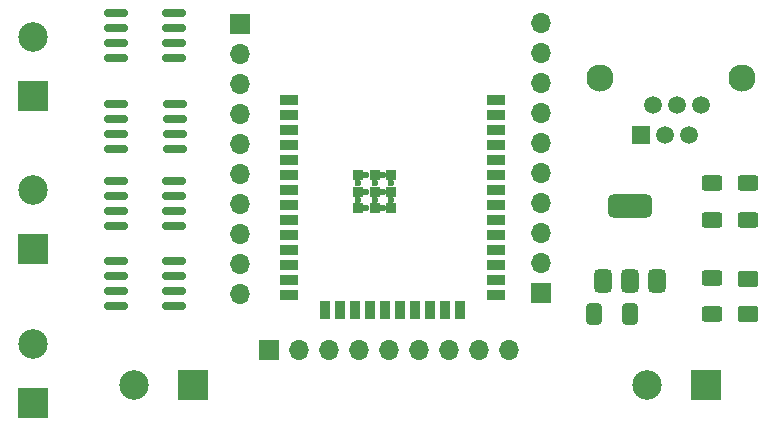
<source format=gbr>
%TF.GenerationSoftware,KiCad,Pcbnew,8.0.1*%
%TF.CreationDate,2024-04-27T05:15:47+02:00*%
%TF.ProjectId,driver_v2,64726976-6572-45f7-9632-2e6b69636164,rev?*%
%TF.SameCoordinates,Original*%
%TF.FileFunction,Soldermask,Top*%
%TF.FilePolarity,Negative*%
%FSLAX46Y46*%
G04 Gerber Fmt 4.6, Leading zero omitted, Abs format (unit mm)*
G04 Created by KiCad (PCBNEW 8.0.1) date 2024-04-27 05:15:47*
%MOMM*%
%LPD*%
G01*
G04 APERTURE LIST*
G04 Aperture macros list*
%AMRoundRect*
0 Rectangle with rounded corners*
0 $1 Rounding radius*
0 $2 $3 $4 $5 $6 $7 $8 $9 X,Y pos of 4 corners*
0 Add a 4 corners polygon primitive as box body*
4,1,4,$2,$3,$4,$5,$6,$7,$8,$9,$2,$3,0*
0 Add four circle primitives for the rounded corners*
1,1,$1+$1,$2,$3*
1,1,$1+$1,$4,$5*
1,1,$1+$1,$6,$7*
1,1,$1+$1,$8,$9*
0 Add four rect primitives between the rounded corners*
20,1,$1+$1,$2,$3,$4,$5,0*
20,1,$1+$1,$4,$5,$6,$7,0*
20,1,$1+$1,$6,$7,$8,$9,0*
20,1,$1+$1,$8,$9,$2,$3,0*%
G04 Aperture macros list end*
%ADD10C,2.500000*%
%ADD11R,2.500000X2.500000*%
%ADD12C,1.520000*%
%ADD13R,1.520000X1.520000*%
%ADD14C,2.300000*%
%ADD15R,1.500000X0.900000*%
%ADD16R,0.900000X1.500000*%
%ADD17R,0.900000X0.900000*%
%ADD18C,0.600000*%
%ADD19R,1.700000X1.700000*%
%ADD20O,1.700000X1.700000*%
%ADD21RoundRect,0.250000X-0.625000X0.400000X-0.625000X-0.400000X0.625000X-0.400000X0.625000X0.400000X0*%
%ADD22RoundRect,0.250001X-0.624999X0.462499X-0.624999X-0.462499X0.624999X-0.462499X0.624999X0.462499X0*%
%ADD23RoundRect,0.375000X0.375000X-0.625000X0.375000X0.625000X-0.375000X0.625000X-0.375000X-0.625000X0*%
%ADD24RoundRect,0.500000X1.400000X-0.500000X1.400000X0.500000X-1.400000X0.500000X-1.400000X-0.500000X0*%
%ADD25RoundRect,0.150000X0.825000X0.150000X-0.825000X0.150000X-0.825000X-0.150000X0.825000X-0.150000X0*%
%ADD26RoundRect,0.250000X0.412500X0.650000X-0.412500X0.650000X-0.412500X-0.650000X0.412500X-0.650000X0*%
G04 APERTURE END LIST*
D10*
%TO.C,BAT*%
X162500000Y-91500000D03*
D11*
X167500000Y-91500000D03*
%TD*%
%TO.C,M2*%
X110500000Y-80000000D03*
D10*
X110500000Y-75000000D03*
%TD*%
D11*
%TO.C,M1*%
X110500000Y-67000000D03*
D10*
X110500000Y-62000000D03*
%TD*%
D12*
%TO.C,RJ12*%
X167050000Y-67800000D03*
X166030000Y-70340000D03*
X165010000Y-67800000D03*
X163990000Y-70340000D03*
X162970000Y-67800000D03*
D13*
X161950000Y-70340000D03*
D14*
X158500000Y-65500000D03*
X170500000Y-65500000D03*
%TD*%
D15*
%TO.C,IC1*%
X132150000Y-67380000D03*
X132150000Y-68650000D03*
X132150000Y-69920000D03*
X132150000Y-71190000D03*
X132150000Y-72460000D03*
X132150000Y-73730000D03*
X132150000Y-75000000D03*
X132150000Y-76270000D03*
X132150000Y-77540000D03*
X132150000Y-78810000D03*
X132150000Y-80080000D03*
X132150000Y-81350000D03*
X132150000Y-82620000D03*
X132150000Y-83890000D03*
D16*
X135185000Y-85140000D03*
X136455000Y-85140000D03*
X137725000Y-85140000D03*
X138995000Y-85140000D03*
X140265000Y-85140000D03*
X141535000Y-85140000D03*
X142805000Y-85140000D03*
X144075000Y-85140000D03*
X145345000Y-85140000D03*
X146615000Y-85140000D03*
D15*
X149650000Y-83890000D03*
X149650000Y-82620000D03*
X149650000Y-81350000D03*
X149650000Y-80080000D03*
X149650000Y-78810000D03*
X149650000Y-77540000D03*
X149650000Y-76270000D03*
X149650000Y-75000000D03*
X149650000Y-73730000D03*
X149650000Y-72460000D03*
X149650000Y-71190000D03*
X149650000Y-69920000D03*
X149650000Y-68650000D03*
X149650000Y-67380000D03*
D17*
X138000000Y-73700000D03*
D18*
X138000000Y-74400000D03*
D17*
X138000000Y-75100000D03*
D18*
X138000000Y-75800000D03*
D17*
X138000000Y-76500000D03*
D18*
X138700000Y-73700000D03*
X138700000Y-75100000D03*
X138700000Y-76500000D03*
D17*
X139400000Y-73700000D03*
D18*
X139400000Y-74400000D03*
D17*
X139400000Y-75100000D03*
D18*
X139400000Y-75800000D03*
D17*
X139400000Y-76500000D03*
D18*
X140100000Y-73700000D03*
X140100000Y-75100000D03*
X140100000Y-76500000D03*
D17*
X140800000Y-73700000D03*
D18*
X140800000Y-74400000D03*
D17*
X140800000Y-75100000D03*
D18*
X140800000Y-75800000D03*
D17*
X140800000Y-76500000D03*
%TD*%
D11*
%TO.C,M4*%
X124000000Y-91500000D03*
D10*
X119000000Y-91500000D03*
%TD*%
D11*
%TO.C,M3*%
X110500000Y-93000000D03*
D10*
X110500000Y-88000000D03*
%TD*%
D19*
%TO.C,J4*%
X130500000Y-88500000D03*
D20*
X133040000Y-88500000D03*
X135580000Y-88500000D03*
X138120000Y-88500000D03*
X140660000Y-88500000D03*
X143200000Y-88500000D03*
X145740000Y-88500000D03*
X148280000Y-88500000D03*
X150820000Y-88500000D03*
%TD*%
D19*
%TO.C,J3*%
X153500000Y-83660000D03*
D20*
X153500000Y-81120000D03*
X153500000Y-78580000D03*
X153500000Y-76040000D03*
X153500000Y-73500000D03*
X153500000Y-70960000D03*
X153500000Y-68420000D03*
X153500000Y-65880000D03*
X153500000Y-63340000D03*
X153500000Y-60800000D03*
%TD*%
%TO.C,J2*%
X128000000Y-83740000D03*
X128000000Y-81200000D03*
X128000000Y-78660000D03*
X128000000Y-76120000D03*
X128000000Y-73580000D03*
X128000000Y-71040000D03*
X128000000Y-68500000D03*
X128000000Y-65960000D03*
X128000000Y-63420000D03*
D19*
X128000000Y-60880000D03*
%TD*%
D21*
%TO.C,R3*%
X168000000Y-82400000D03*
X168000000Y-85500000D03*
%TD*%
D22*
%TO.C,LED*%
X171000000Y-85437500D03*
X171000000Y-82462500D03*
%TD*%
D23*
%TO.C,U1*%
X158700000Y-82650000D03*
X161000000Y-82650000D03*
D24*
X161000000Y-76350000D03*
D23*
X163300000Y-82650000D03*
%TD*%
D21*
%TO.C,R2*%
X168000000Y-77500000D03*
X168000000Y-74400000D03*
%TD*%
%TO.C,R1*%
X171000000Y-77500000D03*
X171000000Y-74400000D03*
%TD*%
D25*
%TO.C,IC5*%
X122450000Y-84810000D03*
X122450000Y-83540000D03*
X122450000Y-82270000D03*
X122450000Y-81000000D03*
X117500000Y-81000000D03*
X117500000Y-82270000D03*
X117500000Y-83540000D03*
X117500000Y-84810000D03*
%TD*%
%TO.C,IC4*%
X122450000Y-78000000D03*
X122450000Y-76730000D03*
X122450000Y-75460000D03*
X122450000Y-74190000D03*
X117500000Y-74190000D03*
X117500000Y-75460000D03*
X117500000Y-76730000D03*
X117500000Y-78000000D03*
%TD*%
%TO.C,IC3*%
X122475000Y-71500000D03*
X122475000Y-70230000D03*
X122475000Y-68960000D03*
X122475000Y-67690000D03*
X117525000Y-67690000D03*
X117525000Y-68960000D03*
X117525000Y-70230000D03*
X117525000Y-71500000D03*
%TD*%
%TO.C,IC2*%
X117500000Y-63810000D03*
X117500000Y-62540000D03*
X117500000Y-61270000D03*
X117500000Y-60000000D03*
X122450000Y-60000000D03*
X122450000Y-61270000D03*
X122450000Y-62540000D03*
X122450000Y-63810000D03*
%TD*%
D26*
%TO.C,C1*%
X161062500Y-85500000D03*
X157937500Y-85500000D03*
%TD*%
M02*

</source>
